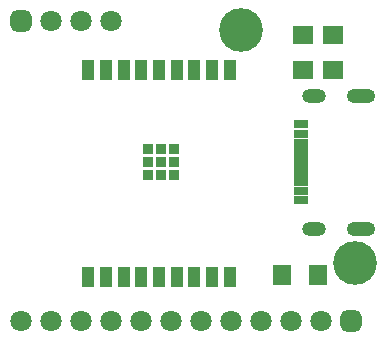
<source format=gts>
G04*
G04 #@! TF.GenerationSoftware,Altium Limited,Altium Designer,24.8.2 (39)*
G04*
G04 Layer_Color=8388736*
%FSLAX25Y25*%
%MOIN*%
G70*
G04*
G04 #@! TF.SameCoordinates,DAEAB18A-5E43-4365-A400-F89FC780B00D*
G04*
G04*
G04 #@! TF.FilePolarity,Negative*
G04*
G01*
G75*
%ADD21R,0.04343X0.06706*%
%ADD22R,0.03556X0.03556*%
%ADD23R,0.07099X0.06312*%
%ADD24R,0.05131X0.03162*%
%ADD25R,0.05131X0.01981*%
%ADD26R,0.06312X0.07099*%
%ADD27C,0.14580*%
%ADD28C,0.07099*%
G04:AMPARAMS|DCode=29|XSize=70.99mil|YSize=70.99mil|CornerRadius=19.75mil|HoleSize=0mil|Usage=FLASHONLY|Rotation=180.000|XOffset=0mil|YOffset=0mil|HoleType=Round|Shape=RoundedRectangle|*
%AMROUNDEDRECTD29*
21,1,0.07099,0.03150,0,0,180.0*
21,1,0.03150,0.07099,0,0,180.0*
1,1,0.03950,-0.01575,0.01575*
1,1,0.03950,0.01575,0.01575*
1,1,0.03950,0.01575,-0.01575*
1,1,0.03950,-0.01575,-0.01575*
%
%ADD29ROUNDEDRECTD29*%
%ADD30O,0.09461X0.04737*%
%ADD31O,0.07887X0.04737*%
D21*
X432425Y220272D02*
D03*
X438331D02*
D03*
X444236D02*
D03*
X450142D02*
D03*
X456047D02*
D03*
X461953D02*
D03*
X467858D02*
D03*
X473764D02*
D03*
X479669D02*
D03*
Y289169D02*
D03*
X473764D02*
D03*
X467858D02*
D03*
X461953D02*
D03*
X456047D02*
D03*
X450142D02*
D03*
X444236D02*
D03*
X438331D02*
D03*
X432425D02*
D03*
D22*
X456835Y258500D02*
D03*
Y262831D02*
D03*
Y254169D02*
D03*
X452504D02*
D03*
Y258500D02*
D03*
Y262831D02*
D03*
X461165D02*
D03*
Y258500D02*
D03*
Y254169D02*
D03*
D23*
X514000Y300905D02*
D03*
Y289094D02*
D03*
X504000Y300905D02*
D03*
Y289094D02*
D03*
D24*
X503224Y245902D02*
D03*
Y249051D02*
D03*
Y267949D02*
D03*
Y271098D02*
D03*
D25*
Y251610D02*
D03*
Y253579D02*
D03*
Y255547D02*
D03*
Y257516D02*
D03*
Y259484D02*
D03*
Y261453D02*
D03*
Y263421D02*
D03*
Y265390D02*
D03*
D26*
X508906Y221000D02*
D03*
X497094D02*
D03*
D27*
X483500Y302500D02*
D03*
X521500Y225000D02*
D03*
D28*
X410000Y205500D02*
D03*
X420000D02*
D03*
X430000D02*
D03*
X450000D02*
D03*
X460000D02*
D03*
X480000D02*
D03*
X500000D02*
D03*
X510000D02*
D03*
X490000D02*
D03*
X470000D02*
D03*
X440000D02*
D03*
X420000Y305500D02*
D03*
X430000D02*
D03*
X440000D02*
D03*
D29*
X520000Y205500D02*
D03*
X410000Y305500D02*
D03*
D30*
X523500Y236374D02*
D03*
Y280626D02*
D03*
D31*
X507752D02*
D03*
Y236374D02*
D03*
M02*

</source>
